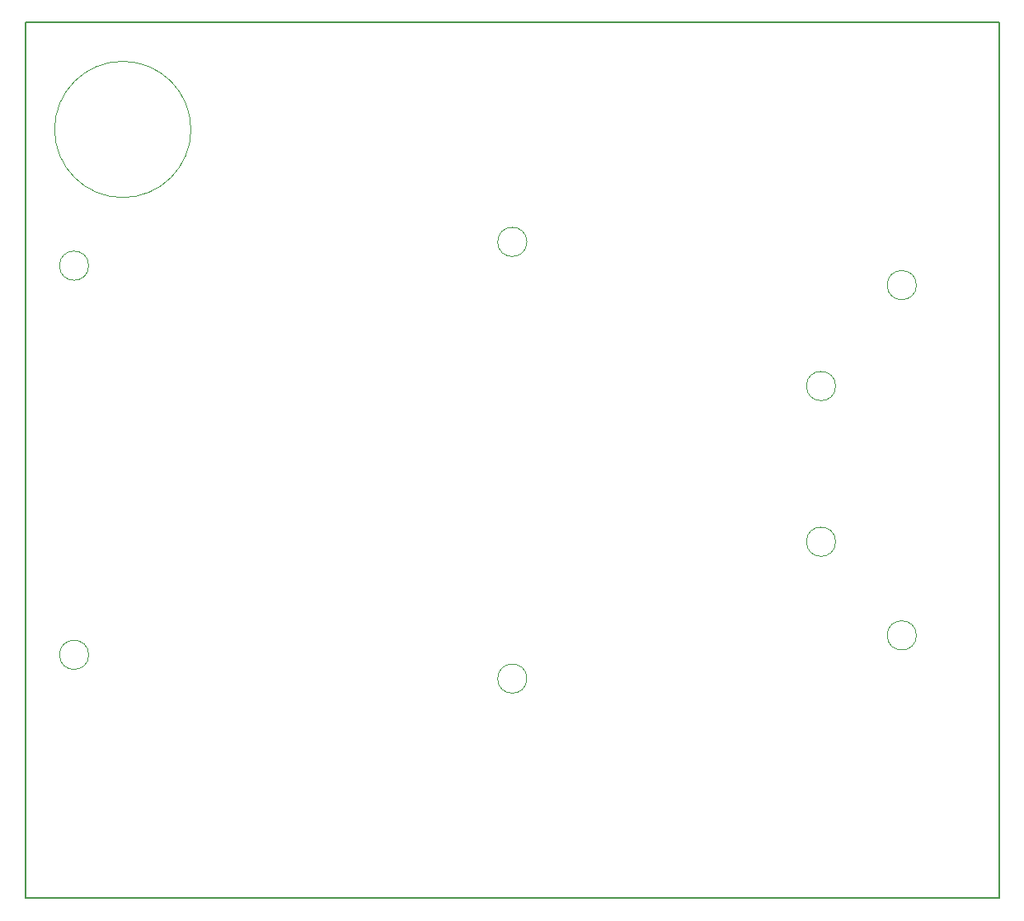
<source format=gbr>
%TF.GenerationSoftware,KiCad,Pcbnew,8.0.2*%
%TF.CreationDate,2024-09-22T08:40:03+02:00*%
%TF.ProjectId,FrenGP_robot,4672656e-4750-45f7-926f-626f742e6b69,rev?*%
%TF.SameCoordinates,Original*%
%TF.FileFunction,Profile,NP*%
%FSLAX46Y46*%
G04 Gerber Fmt 4.6, Leading zero omitted, Abs format (unit mm)*
G04 Created by KiCad (PCBNEW 8.0.2) date 2024-09-22 08:40:03*
%MOMM*%
%LPD*%
G01*
G04 APERTURE LIST*
%TA.AperFunction,Profile*%
%ADD10C,0.050000*%
%TD*%
%TA.AperFunction,Profile*%
%ADD11C,0.200000*%
%TD*%
G04 APERTURE END LIST*
D10*
X31500000Y-88000000D02*
G75*
G02*
X28500000Y-88000000I-1500000J0D01*
G01*
X28500000Y-88000000D02*
G75*
G02*
X31500000Y-88000000I1500000J0D01*
G01*
X116500000Y-86000000D02*
G75*
G02*
X113500000Y-86000000I-1500000J0D01*
G01*
X113500000Y-86000000D02*
G75*
G02*
X116500000Y-86000000I1500000J0D01*
G01*
X31500000Y-48000000D02*
G75*
G02*
X28500000Y-48000000I-1500000J0D01*
G01*
X28500000Y-48000000D02*
G75*
G02*
X31500000Y-48000000I1500000J0D01*
G01*
X76500000Y-45558000D02*
G75*
G02*
X73500000Y-45558000I-1500000J0D01*
G01*
X73500000Y-45558000D02*
G75*
G02*
X76500000Y-45558000I1500000J0D01*
G01*
X42000000Y-34000000D02*
G75*
G02*
X28000000Y-34000000I-7000000J0D01*
G01*
X28000000Y-34000000D02*
G75*
G02*
X42000000Y-34000000I7000000J0D01*
G01*
X76500000Y-90442000D02*
G75*
G02*
X73500000Y-90442000I-1500000J0D01*
G01*
X73500000Y-90442000D02*
G75*
G02*
X76500000Y-90442000I1500000J0D01*
G01*
X116500000Y-50000000D02*
G75*
G02*
X113500000Y-50000000I-1500000J0D01*
G01*
X113500000Y-50000000D02*
G75*
G02*
X116500000Y-50000000I1500000J0D01*
G01*
X108204700Y-60375800D02*
G75*
G02*
X105204700Y-60375800I-1500000J0D01*
G01*
X105204700Y-60375800D02*
G75*
G02*
X108204700Y-60375800I1500000J0D01*
G01*
D11*
X25000000Y-23000000D02*
X125000000Y-23000000D01*
X125000000Y-113000000D01*
X25000000Y-113000000D01*
X25000000Y-23000000D01*
D10*
X108204700Y-76375800D02*
G75*
G02*
X105204700Y-76375800I-1500000J0D01*
G01*
X105204700Y-76375800D02*
G75*
G02*
X108204700Y-76375800I1500000J0D01*
G01*
M02*

</source>
